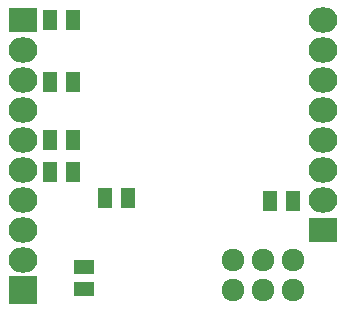
<source format=gbs>
G04 #@! TF.FileFunction,Soldermask,Bot*
%FSLAX46Y46*%
G04 Gerber Fmt 4.6, Leading zero omitted, Abs format (unit mm)*
G04 Created by KiCad (PCBNEW 4.0.1-stable) date 2/6/2016 5:06:47 PM*
%MOMM*%
G01*
G04 APERTURE LIST*
%ADD10C,0.100000*%
%ADD11R,2.432000X2.127200*%
%ADD12O,2.432000X2.127200*%
%ADD13R,1.289000X1.797000*%
%ADD14C,1.924000*%
%ADD15R,1.797000X1.289000*%
%ADD16R,2.432000X2.432000*%
G04 APERTURE END LIST*
D10*
D11*
X130810000Y-91440000D03*
D12*
X130810000Y-93980000D03*
X130810000Y-96520000D03*
X130810000Y-99060000D03*
X130810000Y-101600000D03*
X130810000Y-104140000D03*
X130810000Y-106680000D03*
X130810000Y-109220000D03*
D11*
X156210000Y-109220000D03*
D12*
X156210000Y-106680000D03*
X156210000Y-104140000D03*
X156210000Y-101600000D03*
X156210000Y-99060000D03*
X156210000Y-96520000D03*
X156210000Y-93980000D03*
X156210000Y-91440000D03*
D13*
X137797500Y-106500000D03*
X139702500Y-106500000D03*
X133159500Y-91440000D03*
X135064500Y-91440000D03*
X133159500Y-96647000D03*
X135064500Y-96647000D03*
X151797500Y-106750000D03*
X153702500Y-106750000D03*
X135064500Y-101600000D03*
X133159500Y-101600000D03*
X135064500Y-104267000D03*
X133159500Y-104267000D03*
D14*
X148590000Y-114300000D03*
X148590000Y-111760000D03*
X151130000Y-114300000D03*
X151130000Y-111760000D03*
X153670000Y-114300000D03*
X153670000Y-111760000D03*
D15*
X136000000Y-114202500D03*
X136000000Y-112297500D03*
D16*
X130810000Y-114300000D03*
D12*
X130810000Y-111760000D03*
M02*

</source>
